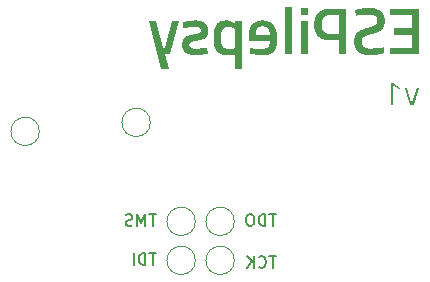
<source format=gbo>
%TF.GenerationSoftware,KiCad,Pcbnew,7.0.1*%
%TF.CreationDate,2023-05-02T23:50:35+02:00*%
%TF.ProjectId,espilepsy,65737069-6c65-4707-9379-2e6b69636164,rev?*%
%TF.SameCoordinates,Original*%
%TF.FileFunction,Legend,Bot*%
%TF.FilePolarity,Positive*%
%FSLAX46Y46*%
G04 Gerber Fmt 4.6, Leading zero omitted, Abs format (unit mm)*
G04 Created by KiCad (PCBNEW 7.0.1) date 2023-05-02 23:50:35*
%MOMM*%
%LPD*%
G01*
G04 APERTURE LIST*
G04 Aperture macros list*
%AMRoundRect*
0 Rectangle with rounded corners*
0 $1 Rounding radius*
0 $2 $3 $4 $5 $6 $7 $8 $9 X,Y pos of 4 corners*
0 Add a 4 corners polygon primitive as box body*
4,1,4,$2,$3,$4,$5,$6,$7,$8,$9,$2,$3,0*
0 Add four circle primitives for the rounded corners*
1,1,$1+$1,$2,$3*
1,1,$1+$1,$4,$5*
1,1,$1+$1,$6,$7*
1,1,$1+$1,$8,$9*
0 Add four rect primitives between the rounded corners*
20,1,$1+$1,$2,$3,$4,$5,0*
20,1,$1+$1,$4,$5,$6,$7,0*
20,1,$1+$1,$6,$7,$8,$9,0*
20,1,$1+$1,$8,$9,$2,$3,0*%
G04 Aperture macros list end*
%ADD10C,0.150000*%
%ADD11C,0.120000*%
%ADD12RoundRect,0.575000X-0.575000X-0.575000X0.575000X-0.575000X0.575000X0.575000X-0.575000X0.575000X0*%
%ADD13C,2.300000*%
%ADD14R,2.600000X2.600000*%
%ADD15C,2.600000*%
%ADD16C,2.700000*%
%ADD17R,1.700000X1.700000*%
%ADD18O,1.700000X1.700000*%
%ADD19C,2.000000*%
G04 APERTURE END LIST*
D10*
G36*
X86677478Y-55708000D02*
G01*
X86677478Y-51852870D01*
X84246773Y-51852870D01*
X84246773Y-52398997D01*
X86053193Y-52398997D01*
X86053193Y-53491251D01*
X84583828Y-53491251D01*
X84583828Y-54031517D01*
X86053193Y-54031517D01*
X86053193Y-55156988D01*
X84246773Y-55156988D01*
X84246773Y-55708000D01*
X86677478Y-55708000D01*
G37*
G36*
X82451099Y-52337448D02*
G01*
X82495097Y-52337937D01*
X82537699Y-52339402D01*
X82578903Y-52341845D01*
X82618711Y-52345264D01*
X82694136Y-52355034D01*
X82763974Y-52368711D01*
X82828226Y-52386297D01*
X82886890Y-52407790D01*
X82939967Y-52433191D01*
X82987457Y-52462501D01*
X83029359Y-52495718D01*
X83065675Y-52532842D01*
X83096404Y-52573875D01*
X83121546Y-52618816D01*
X83141101Y-52667665D01*
X83155068Y-52720421D01*
X83163449Y-52777085D01*
X83166242Y-52837658D01*
X83164757Y-52884896D01*
X83160300Y-52929523D01*
X83152873Y-52971541D01*
X83142474Y-53010948D01*
X83129105Y-53047745D01*
X83106658Y-53092746D01*
X83078928Y-53133107D01*
X83045917Y-53168828D01*
X83007625Y-53199908D01*
X82997226Y-53206953D01*
X82961955Y-53227916D01*
X82919523Y-53249772D01*
X82869929Y-53272521D01*
X82832888Y-53288183D01*
X82792664Y-53304242D01*
X82749258Y-53320697D01*
X82702668Y-53337550D01*
X82652896Y-53354800D01*
X82599941Y-53372446D01*
X82543804Y-53390490D01*
X82484483Y-53408930D01*
X82421980Y-53427767D01*
X82356294Y-53447001D01*
X82287425Y-53466633D01*
X82251797Y-53476597D01*
X82180955Y-53496869D01*
X82112777Y-53517630D01*
X82047263Y-53538879D01*
X81984412Y-53560616D01*
X81924225Y-53582842D01*
X81866702Y-53605557D01*
X81811843Y-53628760D01*
X81759648Y-53652452D01*
X81710116Y-53676632D01*
X81663248Y-53701300D01*
X81619044Y-53726457D01*
X81577504Y-53752103D01*
X81538627Y-53778237D01*
X81502414Y-53804859D01*
X81468865Y-53831970D01*
X81437980Y-53859570D01*
X81409350Y-53888295D01*
X81382567Y-53919028D01*
X81357632Y-53951767D01*
X81334543Y-53986515D01*
X81313302Y-54023270D01*
X81293907Y-54062032D01*
X81276360Y-54102801D01*
X81260660Y-54145578D01*
X81246807Y-54190362D01*
X81234800Y-54237154D01*
X81224641Y-54285953D01*
X81216330Y-54336759D01*
X81209865Y-54389573D01*
X81205247Y-54444394D01*
X81202476Y-54501222D01*
X81201553Y-54560058D01*
X81202908Y-54634819D01*
X81206972Y-54707184D01*
X81213746Y-54777152D01*
X81223229Y-54844723D01*
X81235422Y-54909898D01*
X81250325Y-54972676D01*
X81267937Y-55033057D01*
X81288259Y-55091042D01*
X81311290Y-55146630D01*
X81337031Y-55199822D01*
X81365482Y-55250617D01*
X81396642Y-55299015D01*
X81430511Y-55345016D01*
X81467091Y-55388621D01*
X81506379Y-55429830D01*
X81548378Y-55468642D01*
X81592589Y-55505079D01*
X81638763Y-55539167D01*
X81686898Y-55570903D01*
X81736994Y-55600288D01*
X81789052Y-55627323D01*
X81843072Y-55652007D01*
X81899053Y-55674340D01*
X81956996Y-55694322D01*
X82016900Y-55711953D01*
X82078766Y-55727234D01*
X82142594Y-55740163D01*
X82208383Y-55750742D01*
X82276134Y-55758970D01*
X82345846Y-55764847D01*
X82417520Y-55768373D01*
X82491155Y-55769549D01*
X82551269Y-55769110D01*
X82612177Y-55767793D01*
X82673879Y-55765599D01*
X82736375Y-55762527D01*
X82799664Y-55758577D01*
X82863748Y-55753749D01*
X82928625Y-55748044D01*
X82994295Y-55741461D01*
X83060760Y-55734000D01*
X83128018Y-55725661D01*
X83196071Y-55716445D01*
X83264916Y-55706351D01*
X83334556Y-55695379D01*
X83404990Y-55683529D01*
X83476217Y-55670802D01*
X83548238Y-55657197D01*
X83751448Y-55618118D01*
X83688922Y-55116932D01*
X83641829Y-55123183D01*
X83595438Y-55129236D01*
X83549749Y-55135090D01*
X83504763Y-55140745D01*
X83460479Y-55146203D01*
X83416897Y-55151462D01*
X83374017Y-55156522D01*
X83331839Y-55161384D01*
X83290364Y-55166048D01*
X83249590Y-55170513D01*
X83209519Y-55174779D01*
X83170150Y-55178847D01*
X83093519Y-55186388D01*
X83019697Y-55193136D01*
X82948683Y-55199089D01*
X82880478Y-55204249D01*
X82815082Y-55208614D01*
X82752495Y-55212187D01*
X82692717Y-55214965D01*
X82635747Y-55216949D01*
X82581586Y-55218140D01*
X82530234Y-55218537D01*
X82487318Y-55217932D01*
X82445764Y-55216117D01*
X82405573Y-55213093D01*
X82329277Y-55203415D01*
X82258432Y-55188898D01*
X82193036Y-55169541D01*
X82133089Y-55145346D01*
X82078593Y-55116312D01*
X82029546Y-55082438D01*
X81985948Y-55043726D01*
X81947801Y-55000174D01*
X81915103Y-54951784D01*
X81887854Y-54898554D01*
X81866056Y-54840485D01*
X81849707Y-54777577D01*
X81838807Y-54709831D01*
X81833358Y-54637245D01*
X81832676Y-54599137D01*
X81834059Y-54554999D01*
X81838206Y-54513076D01*
X81845118Y-54473368D01*
X81858636Y-54423871D01*
X81877068Y-54378312D01*
X81900417Y-54336691D01*
X81928680Y-54299009D01*
X81961859Y-54265266D01*
X81989969Y-54242542D01*
X82022930Y-54220555D01*
X82062829Y-54198189D01*
X82109667Y-54175446D01*
X82163442Y-54152325D01*
X82203147Y-54136701D01*
X82245935Y-54120909D01*
X82291807Y-54104950D01*
X82340763Y-54088822D01*
X82392802Y-54072526D01*
X82447924Y-54056063D01*
X82506130Y-54039432D01*
X82567420Y-54022632D01*
X82631793Y-54005665D01*
X82699250Y-53988530D01*
X82767031Y-53970906D01*
X82832622Y-53952474D01*
X82896022Y-53933232D01*
X82957232Y-53913181D01*
X83016251Y-53892321D01*
X83073079Y-53870652D01*
X83127717Y-53848174D01*
X83180164Y-53824887D01*
X83230421Y-53800791D01*
X83278487Y-53775886D01*
X83324363Y-53750172D01*
X83368048Y-53723648D01*
X83409543Y-53696316D01*
X83448847Y-53668175D01*
X83485960Y-53639224D01*
X83520883Y-53609465D01*
X83553535Y-53578080D01*
X83584081Y-53544496D01*
X83612520Y-53508715D01*
X83638852Y-53470735D01*
X83663078Y-53430557D01*
X83685197Y-53388181D01*
X83705210Y-53343607D01*
X83723116Y-53296834D01*
X83738915Y-53247863D01*
X83752608Y-53196695D01*
X83764195Y-53143327D01*
X83773674Y-53087762D01*
X83781047Y-53029999D01*
X83786314Y-52970037D01*
X83789474Y-52907877D01*
X83790527Y-52843519D01*
X83789199Y-52779066D01*
X83785215Y-52716620D01*
X83778574Y-52656181D01*
X83769278Y-52597750D01*
X83757325Y-52541326D01*
X83742717Y-52486910D01*
X83725452Y-52434500D01*
X83705531Y-52384099D01*
X83682953Y-52335704D01*
X83657720Y-52289317D01*
X83629831Y-52244937D01*
X83599285Y-52202565D01*
X83566083Y-52162200D01*
X83530225Y-52123843D01*
X83491711Y-52087492D01*
X83450541Y-52053150D01*
X83406902Y-52020734D01*
X83361224Y-51990410D01*
X83313509Y-51962177D01*
X83263756Y-51936035D01*
X83211965Y-51911985D01*
X83158137Y-51890026D01*
X83102270Y-51870158D01*
X83044365Y-51852382D01*
X82984423Y-51836697D01*
X82922442Y-51823103D01*
X82858424Y-51811601D01*
X82792368Y-51802190D01*
X82724273Y-51794870D01*
X82654141Y-51789642D01*
X82581971Y-51786505D01*
X82507764Y-51785459D01*
X82452927Y-51785856D01*
X82396862Y-51787047D01*
X82339568Y-51789031D01*
X82281045Y-51791810D01*
X82221293Y-51795382D01*
X82160313Y-51799748D01*
X82098103Y-51804907D01*
X82034665Y-51810861D01*
X81969998Y-51817608D01*
X81904102Y-51825149D01*
X81836977Y-51833484D01*
X81768624Y-51842612D01*
X81699041Y-51852535D01*
X81628230Y-51863251D01*
X81556190Y-51874761D01*
X81482921Y-51887064D01*
X81286549Y-51921258D01*
X81337352Y-52427330D01*
X81386117Y-52421800D01*
X81433980Y-52416446D01*
X81480944Y-52411267D01*
X81527006Y-52406264D01*
X81572169Y-52401436D01*
X81616430Y-52396784D01*
X81659791Y-52392307D01*
X81702251Y-52388006D01*
X81743810Y-52383881D01*
X81784469Y-52379931D01*
X81824227Y-52376157D01*
X81901042Y-52369135D01*
X81974253Y-52362815D01*
X82043863Y-52357198D01*
X82109869Y-52352282D01*
X82172273Y-52348069D01*
X82231075Y-52344558D01*
X82286274Y-52341749D01*
X82337870Y-52339643D01*
X82385864Y-52338238D01*
X82430255Y-52337536D01*
X82451099Y-52337448D01*
G37*
G36*
X80542097Y-55708000D02*
G01*
X79917812Y-55708000D01*
X79917812Y-54509256D01*
X79129397Y-54509256D01*
X79088924Y-54508915D01*
X79049083Y-54507893D01*
X78971295Y-54503806D01*
X78896034Y-54496994D01*
X78823299Y-54487457D01*
X78753091Y-54475195D01*
X78685409Y-54460209D01*
X78620253Y-54442497D01*
X78557624Y-54422061D01*
X78497521Y-54398900D01*
X78439945Y-54373014D01*
X78384895Y-54344403D01*
X78332371Y-54313068D01*
X78282374Y-54279007D01*
X78234903Y-54242222D01*
X78189958Y-54202712D01*
X78147540Y-54160477D01*
X78107671Y-54115647D01*
X78070375Y-54068351D01*
X78035650Y-54018591D01*
X78003498Y-53966365D01*
X77973918Y-53911674D01*
X77946910Y-53854517D01*
X77922474Y-53794895D01*
X77900611Y-53732808D01*
X77881319Y-53668255D01*
X77864600Y-53601237D01*
X77850453Y-53531754D01*
X77838878Y-53459805D01*
X77829876Y-53385391D01*
X77823445Y-53308512D01*
X77821195Y-53269148D01*
X77819587Y-53229167D01*
X77818622Y-53188571D01*
X77818301Y-53147357D01*
X78460171Y-53147357D01*
X78460830Y-53197907D01*
X78462808Y-53246852D01*
X78466105Y-53294192D01*
X78470719Y-53339928D01*
X78476653Y-53384058D01*
X78483905Y-53426584D01*
X78492475Y-53467505D01*
X78502364Y-53506822D01*
X78513572Y-53544534D01*
X78539942Y-53615143D01*
X78571587Y-53679333D01*
X78608506Y-53737104D01*
X78650699Y-53788456D01*
X78698166Y-53833389D01*
X78750907Y-53871903D01*
X78808922Y-53903998D01*
X78872212Y-53929674D01*
X78940775Y-53948931D01*
X79014613Y-53961769D01*
X79053510Y-53965781D01*
X79093725Y-53968188D01*
X79135258Y-53968990D01*
X79917812Y-53968990D01*
X79917812Y-52393136D01*
X79135258Y-52393136D01*
X79113641Y-52393312D01*
X79071494Y-52394724D01*
X79030797Y-52397548D01*
X78972471Y-52404432D01*
X78917407Y-52414493D01*
X78865607Y-52427730D01*
X78817069Y-52444145D01*
X78771795Y-52463737D01*
X78729783Y-52486506D01*
X78691034Y-52512452D01*
X78655548Y-52541575D01*
X78623325Y-52573875D01*
X78594168Y-52609461D01*
X78567878Y-52648808D01*
X78544457Y-52691916D01*
X78523903Y-52738785D01*
X78506218Y-52789415D01*
X78491400Y-52843806D01*
X78483115Y-52882156D01*
X78476104Y-52922177D01*
X78470368Y-52963870D01*
X78465907Y-53007235D01*
X78462720Y-53052271D01*
X78460808Y-53098978D01*
X78460171Y-53147357D01*
X77818301Y-53147357D01*
X77819581Y-53067716D01*
X77823422Y-52990603D01*
X77829824Y-52916018D01*
X77838787Y-52843962D01*
X77850310Y-52774434D01*
X77864394Y-52707434D01*
X77881039Y-52642963D01*
X77900244Y-52581019D01*
X77922011Y-52521604D01*
X77946338Y-52464718D01*
X77973225Y-52410359D01*
X78002674Y-52358529D01*
X78034683Y-52309228D01*
X78069253Y-52262454D01*
X78106383Y-52218209D01*
X78146075Y-52176492D01*
X78188327Y-52137304D01*
X78233140Y-52100643D01*
X78280513Y-52066511D01*
X78330448Y-52034908D01*
X78382943Y-52005832D01*
X78437998Y-51979285D01*
X78495615Y-51955266D01*
X78555792Y-51933776D01*
X78618530Y-51914814D01*
X78683829Y-51898380D01*
X78751688Y-51884474D01*
X78822109Y-51873097D01*
X78895089Y-51864248D01*
X78970631Y-51857927D01*
X79048733Y-51854135D01*
X79129397Y-51852870D01*
X80542097Y-51852870D01*
X80542097Y-55708000D01*
G37*
G36*
X77305391Y-55708000D02*
G01*
X77305391Y-52894322D01*
X76691853Y-52894322D01*
X76691853Y-55708000D01*
X77305391Y-55708000D01*
G37*
G36*
X77305391Y-52415606D02*
G01*
X77305391Y-51768851D01*
X76691853Y-51768851D01*
X76691853Y-52415606D01*
X77305391Y-52415606D01*
G37*
G36*
X75922976Y-55708000D02*
G01*
X75922976Y-51723910D01*
X75309438Y-51723910D01*
X75309438Y-55708000D01*
X75922976Y-55708000D01*
G37*
G36*
X73531257Y-52834234D02*
G01*
X73604005Y-52838619D01*
X73674368Y-52845927D01*
X73742346Y-52856159D01*
X73807938Y-52869314D01*
X73871146Y-52885392D01*
X73931968Y-52904393D01*
X73990405Y-52926318D01*
X74046457Y-52951166D01*
X74100123Y-52978937D01*
X74151405Y-53009631D01*
X74200301Y-53043249D01*
X74246812Y-53079790D01*
X74290938Y-53119254D01*
X74332679Y-53161642D01*
X74372034Y-53206953D01*
X74409005Y-53255187D01*
X74443590Y-53306344D01*
X74475790Y-53360425D01*
X74505605Y-53417429D01*
X74533034Y-53477356D01*
X74558079Y-53540207D01*
X74580738Y-53605981D01*
X74601012Y-53674678D01*
X74618901Y-53746298D01*
X74634405Y-53820842D01*
X74647523Y-53898309D01*
X74658256Y-53978699D01*
X74666605Y-54062013D01*
X74672568Y-54148249D01*
X74676145Y-54237410D01*
X74677338Y-54329493D01*
X74677072Y-54376230D01*
X74676273Y-54422164D01*
X74674942Y-54467294D01*
X74673079Y-54511622D01*
X74670683Y-54555146D01*
X74667755Y-54597866D01*
X74664295Y-54639783D01*
X74660302Y-54680897D01*
X74655777Y-54721208D01*
X74650719Y-54760715D01*
X74639007Y-54837320D01*
X74625165Y-54910711D01*
X74609194Y-54980889D01*
X74591094Y-55047853D01*
X74570863Y-55111604D01*
X74548504Y-55172142D01*
X74524015Y-55229467D01*
X74497396Y-55283578D01*
X74468648Y-55334476D01*
X74437770Y-55382160D01*
X74404763Y-55426632D01*
X74369199Y-55468157D01*
X74330895Y-55507003D01*
X74289850Y-55543170D01*
X74246066Y-55576658D01*
X74199542Y-55607467D01*
X74150277Y-55635597D01*
X74098273Y-55661048D01*
X74043528Y-55683819D01*
X73986043Y-55703912D01*
X73925818Y-55721326D01*
X73862853Y-55736061D01*
X73797148Y-55748116D01*
X73728703Y-55757493D01*
X73657517Y-55764191D01*
X73583592Y-55768209D01*
X73506926Y-55769549D01*
X73444438Y-55769045D01*
X73380805Y-55767534D01*
X73316028Y-55765015D01*
X73250105Y-55761489D01*
X73183037Y-55756955D01*
X73114825Y-55751414D01*
X73045468Y-55744865D01*
X72974965Y-55737309D01*
X72903318Y-55728745D01*
X72830526Y-55719174D01*
X72756589Y-55708595D01*
X72681508Y-55697009D01*
X72605281Y-55684415D01*
X72566738Y-55677740D01*
X72527909Y-55670814D01*
X72488794Y-55663635D01*
X72449393Y-55656205D01*
X72409705Y-55648523D01*
X72369732Y-55640588D01*
X72381455Y-55184343D01*
X72538748Y-55201928D01*
X72591416Y-55205951D01*
X72643909Y-55209714D01*
X72696227Y-55213217D01*
X72748369Y-55216461D01*
X72800335Y-55219445D01*
X72852126Y-55222170D01*
X72903742Y-55224635D01*
X72955182Y-55226841D01*
X73006446Y-55228787D01*
X73057535Y-55230474D01*
X73108448Y-55231901D01*
X73159185Y-55233069D01*
X73209748Y-55233978D01*
X73260134Y-55234626D01*
X73310345Y-55235016D01*
X73360381Y-55235145D01*
X73385107Y-55234986D01*
X73433078Y-55233711D01*
X73479072Y-55231162D01*
X73523089Y-55227338D01*
X73565129Y-55222240D01*
X73605193Y-55215866D01*
X73661582Y-55203917D01*
X73713522Y-55189099D01*
X73761015Y-55171413D01*
X73804060Y-55150860D01*
X73842657Y-55127438D01*
X73876806Y-55101149D01*
X73906508Y-55071991D01*
X73924272Y-55050872D01*
X73948845Y-55016474D01*
X73970927Y-54978812D01*
X73990518Y-54937888D01*
X74007620Y-54893701D01*
X74022232Y-54846252D01*
X74034353Y-54795539D01*
X74043985Y-54741563D01*
X74051126Y-54684324D01*
X74054503Y-54644352D01*
X74056774Y-54602930D01*
X74057938Y-54560058D01*
X72314044Y-54560058D01*
X72274965Y-54121398D01*
X72275463Y-54087204D01*
X72876780Y-54087204D01*
X74063800Y-54087204D01*
X74062533Y-54038138D01*
X74060197Y-53990835D01*
X74056793Y-53945295D01*
X74052321Y-53901518D01*
X74046779Y-53859505D01*
X74040169Y-53819254D01*
X74032491Y-53780767D01*
X74018970Y-53726342D01*
X74003045Y-53675884D01*
X73984715Y-53629393D01*
X73963981Y-53586869D01*
X73940843Y-53548312D01*
X73915300Y-53513722D01*
X73896681Y-53492545D01*
X73866247Y-53463342D01*
X73832807Y-53437213D01*
X73796363Y-53414158D01*
X73756913Y-53394176D01*
X73714457Y-53377269D01*
X73668997Y-53363436D01*
X73620531Y-53352677D01*
X73569059Y-53344992D01*
X73514583Y-53340381D01*
X73457101Y-53338844D01*
X73418373Y-53339493D01*
X73362972Y-53342899D01*
X73310799Y-53349224D01*
X73261855Y-53358469D01*
X73216140Y-53370634D01*
X73173653Y-53385718D01*
X73134395Y-53403721D01*
X73098365Y-53424644D01*
X73065564Y-53448486D01*
X73035992Y-53475248D01*
X73009648Y-53504929D01*
X72985903Y-53538268D01*
X72964493Y-53576004D01*
X72945420Y-53618136D01*
X72928681Y-53664664D01*
X72914279Y-53715588D01*
X72902211Y-53770909D01*
X72895464Y-53810233D01*
X72889755Y-53851510D01*
X72885084Y-53894741D01*
X72881451Y-53939926D01*
X72878856Y-53987064D01*
X72877299Y-54036157D01*
X72876780Y-54087204D01*
X72275463Y-54087204D01*
X72276119Y-54042117D01*
X72279579Y-53965353D01*
X72285347Y-53891107D01*
X72293421Y-53819376D01*
X72303802Y-53750163D01*
X72316490Y-53683467D01*
X72331486Y-53619287D01*
X72348788Y-53557624D01*
X72368397Y-53498479D01*
X72390313Y-53441849D01*
X72414536Y-53387737D01*
X72441066Y-53336142D01*
X72469903Y-53287063D01*
X72501046Y-53240502D01*
X72534497Y-53196457D01*
X72570255Y-53154929D01*
X72608320Y-53115918D01*
X72648691Y-53079424D01*
X72691370Y-53045446D01*
X72736355Y-53013986D01*
X72783648Y-52985042D01*
X72833247Y-52958615D01*
X72885154Y-52934705D01*
X72939367Y-52913312D01*
X72995887Y-52894435D01*
X73054714Y-52878076D01*
X73115849Y-52864233D01*
X73179290Y-52852907D01*
X73245038Y-52844099D01*
X73313093Y-52837806D01*
X73383455Y-52834031D01*
X73456124Y-52832773D01*
X73531257Y-52834234D01*
G37*
G36*
X70406343Y-52833696D02*
G01*
X70449082Y-52836467D01*
X70492225Y-52841085D01*
X70535773Y-52847549D01*
X70579725Y-52855861D01*
X70624082Y-52866020D01*
X70668843Y-52878026D01*
X70714009Y-52891879D01*
X70759580Y-52907580D01*
X70805555Y-52925127D01*
X70851934Y-52944521D01*
X70898718Y-52965763D01*
X70945906Y-52988852D01*
X70993499Y-53013787D01*
X71041497Y-53040570D01*
X71089899Y-53069200D01*
X71089899Y-52894322D01*
X71697575Y-52894322D01*
X71697575Y-56917490D01*
X71084037Y-56917490D01*
X71084037Y-55719723D01*
X71046344Y-55725757D01*
X70990877Y-55734077D01*
X70936698Y-55741522D01*
X70883807Y-55748091D01*
X70832204Y-55753784D01*
X70781889Y-55758601D01*
X70732862Y-55762542D01*
X70685123Y-55765607D01*
X70638672Y-55767797D01*
X70593509Y-55769111D01*
X70549634Y-55769549D01*
X70508113Y-55769230D01*
X70467324Y-55768274D01*
X70427268Y-55766681D01*
X70387945Y-55764450D01*
X70311497Y-55758077D01*
X70237980Y-55749154D01*
X70167394Y-55737683D01*
X70099739Y-55723662D01*
X70035014Y-55707091D01*
X69973221Y-55687972D01*
X69914358Y-55666303D01*
X69858427Y-55642084D01*
X69805426Y-55615317D01*
X69755356Y-55586000D01*
X69708217Y-55554134D01*
X69664009Y-55519719D01*
X69622732Y-55482754D01*
X69584386Y-55443240D01*
X69566234Y-55422382D01*
X69531658Y-55377884D01*
X69499388Y-55329677D01*
X69469422Y-55277760D01*
X69441762Y-55222134D01*
X69416406Y-55162798D01*
X69393356Y-55099753D01*
X69372610Y-55032998D01*
X69354170Y-54962534D01*
X69338035Y-54888361D01*
X69330831Y-54849883D01*
X69324205Y-54810478D01*
X69318154Y-54770145D01*
X69312679Y-54728885D01*
X69307781Y-54686698D01*
X69303459Y-54643583D01*
X69299713Y-54599542D01*
X69296544Y-54554572D01*
X69293951Y-54508676D01*
X69291934Y-54461852D01*
X69290493Y-54414100D01*
X69289629Y-54365421D01*
X69289341Y-54315815D01*
X69289560Y-54272829D01*
X69913625Y-54272829D01*
X69913769Y-54305621D01*
X69914913Y-54369391D01*
X69917203Y-54430742D01*
X69920638Y-54489673D01*
X69925217Y-54546185D01*
X69930942Y-54600277D01*
X69937811Y-54651950D01*
X69945825Y-54701203D01*
X69954985Y-54748036D01*
X69965289Y-54792450D01*
X69976737Y-54834445D01*
X69989331Y-54874020D01*
X70010369Y-54928846D01*
X70033982Y-54978228D01*
X70060171Y-55022166D01*
X70069501Y-55035629D01*
X70100273Y-55073457D01*
X70135218Y-55107437D01*
X70174336Y-55137570D01*
X70217627Y-55163857D01*
X70265091Y-55186297D01*
X70316728Y-55204890D01*
X70372539Y-55219636D01*
X70412064Y-55227330D01*
X70453444Y-55233314D01*
X70496679Y-55237588D01*
X70541768Y-55240152D01*
X70588713Y-55241007D01*
X70622361Y-55240832D01*
X70672161Y-55239910D01*
X70721153Y-55238198D01*
X70769339Y-55235697D01*
X70816717Y-55232405D01*
X70863288Y-55228324D01*
X70909052Y-55223452D01*
X70954009Y-55217791D01*
X70998159Y-55211339D01*
X71041502Y-55204098D01*
X71084037Y-55196066D01*
X71084037Y-53536192D01*
X71000018Y-53496136D01*
X70966923Y-53481821D01*
X70917280Y-53462081D01*
X70867638Y-53444418D01*
X70817996Y-53428833D01*
X70768353Y-53415326D01*
X70718711Y-53403897D01*
X70669069Y-53394547D01*
X70619426Y-53387274D01*
X70569784Y-53382079D01*
X70520142Y-53378962D01*
X70470499Y-53377923D01*
X70436238Y-53378797D01*
X70370980Y-53385788D01*
X70310072Y-53399771D01*
X70253514Y-53420745D01*
X70201307Y-53448711D01*
X70153451Y-53483668D01*
X70109945Y-53525617D01*
X70070790Y-53574557D01*
X70035985Y-53630489D01*
X70005531Y-53693412D01*
X69979428Y-53763327D01*
X69968008Y-53800906D01*
X69957675Y-53840232D01*
X69948430Y-53881307D01*
X69940273Y-53924130D01*
X69933203Y-53968700D01*
X69927221Y-54015019D01*
X69922327Y-54063085D01*
X69918520Y-54112899D01*
X69915801Y-54164461D01*
X69914169Y-54217771D01*
X69913625Y-54272829D01*
X69289560Y-54272829D01*
X69289594Y-54266136D01*
X69290352Y-54217359D01*
X69291616Y-54169484D01*
X69293386Y-54122512D01*
X69295661Y-54076443D01*
X69298443Y-54031276D01*
X69301729Y-53987012D01*
X69305522Y-53943650D01*
X69309820Y-53901191D01*
X69314624Y-53859635D01*
X69319933Y-53818980D01*
X69325748Y-53779229D01*
X69338895Y-53702434D01*
X69354065Y-53629249D01*
X69371258Y-53559674D01*
X69390473Y-53493709D01*
X69411710Y-53431355D01*
X69434971Y-53372610D01*
X69460253Y-53317476D01*
X69487559Y-53265953D01*
X69516887Y-53218039D01*
X69548238Y-53173736D01*
X69581650Y-53132447D01*
X69617405Y-53093823D01*
X69655503Y-53057862D01*
X69695944Y-53024564D01*
X69738728Y-52993931D01*
X69783856Y-52965961D01*
X69831327Y-52940656D01*
X69881141Y-52918013D01*
X69933298Y-52898035D01*
X69987799Y-52880721D01*
X70044643Y-52866070D01*
X70103830Y-52854083D01*
X70165360Y-52844760D01*
X70229233Y-52838100D01*
X70295450Y-52834105D01*
X70364009Y-52832773D01*
X70406343Y-52833696D01*
G37*
G36*
X66739445Y-53473666D02*
G01*
X66780609Y-53468136D01*
X66821057Y-53462782D01*
X66860789Y-53457603D01*
X66899806Y-53452600D01*
X66975693Y-53443120D01*
X67048718Y-53434343D01*
X67118880Y-53426268D01*
X67186181Y-53418894D01*
X67250619Y-53412224D01*
X67312195Y-53406255D01*
X67370909Y-53400988D01*
X67426760Y-53396424D01*
X67479749Y-53392562D01*
X67529876Y-53389402D01*
X67577141Y-53386944D01*
X67621544Y-53385189D01*
X67663084Y-53384136D01*
X67701762Y-53383785D01*
X67756036Y-53384403D01*
X67807115Y-53386258D01*
X67855000Y-53389349D01*
X67899691Y-53393676D01*
X67941187Y-53399241D01*
X67991547Y-53408583D01*
X68036228Y-53420123D01*
X68075231Y-53433862D01*
X68115998Y-53454127D01*
X68149209Y-53478112D01*
X68176792Y-53506104D01*
X68202460Y-53544985D01*
X68217658Y-53581793D01*
X68227228Y-53622608D01*
X68231168Y-53667431D01*
X68231281Y-53676876D01*
X68228180Y-53722028D01*
X68218878Y-53762838D01*
X68203374Y-53799307D01*
X68176584Y-53837341D01*
X68147437Y-53864260D01*
X68112088Y-53886838D01*
X68104274Y-53890833D01*
X68067165Y-53906541D01*
X68019339Y-53922890D01*
X67976437Y-53935572D01*
X67927508Y-53948615D01*
X67872550Y-53962019D01*
X67832563Y-53971155D01*
X67789897Y-53980452D01*
X67744551Y-53989908D01*
X67696527Y-53999526D01*
X67645824Y-54009303D01*
X67592442Y-54019241D01*
X67536380Y-54029338D01*
X67507345Y-54034448D01*
X67449673Y-54044950D01*
X67394138Y-54056185D01*
X67340741Y-54068153D01*
X67289480Y-54080854D01*
X67240357Y-54094287D01*
X67193371Y-54108453D01*
X67148522Y-54123352D01*
X67105810Y-54138983D01*
X67065235Y-54155348D01*
X67026797Y-54172445D01*
X66990497Y-54190274D01*
X66940053Y-54218393D01*
X66894418Y-54248160D01*
X66853591Y-54279576D01*
X66841050Y-54290414D01*
X66805782Y-54325399D01*
X66773983Y-54365141D01*
X66745653Y-54409640D01*
X66720791Y-54458896D01*
X66699399Y-54512909D01*
X66687065Y-54551560D01*
X66676272Y-54592326D01*
X66667022Y-54635206D01*
X66659313Y-54680200D01*
X66653146Y-54727308D01*
X66648520Y-54776531D01*
X66645437Y-54827868D01*
X66643895Y-54881319D01*
X66643702Y-54908837D01*
X66644813Y-54963479D01*
X66648144Y-55016273D01*
X66653697Y-55067221D01*
X66661471Y-55116321D01*
X66671466Y-55163575D01*
X66683682Y-55208981D01*
X66698119Y-55252540D01*
X66714777Y-55294252D01*
X66733656Y-55334117D01*
X66754756Y-55372135D01*
X66778078Y-55408306D01*
X66803620Y-55442630D01*
X66831384Y-55475106D01*
X66861368Y-55505736D01*
X66893574Y-55534518D01*
X66928001Y-55561454D01*
X66964561Y-55586653D01*
X67003167Y-55610226D01*
X67043818Y-55632174D01*
X67086515Y-55652495D01*
X67131257Y-55671191D01*
X67178045Y-55688262D01*
X67226878Y-55703706D01*
X67277757Y-55717525D01*
X67330681Y-55729718D01*
X67385651Y-55740285D01*
X67442666Y-55749227D01*
X67501727Y-55756543D01*
X67562834Y-55762233D01*
X67625986Y-55766297D01*
X67691183Y-55768736D01*
X67758427Y-55769549D01*
X67801997Y-55769175D01*
X67846980Y-55768053D01*
X67893375Y-55766183D01*
X67941181Y-55763565D01*
X67990400Y-55760199D01*
X68041031Y-55756085D01*
X68093074Y-55751223D01*
X68146528Y-55745613D01*
X68201395Y-55739255D01*
X68257674Y-55732149D01*
X68315365Y-55724295D01*
X68374468Y-55715693D01*
X68434983Y-55706343D01*
X68496910Y-55696245D01*
X68560249Y-55685399D01*
X68625000Y-55673806D01*
X68798901Y-55646450D01*
X68776431Y-55133540D01*
X68734606Y-55139130D01*
X68693518Y-55144543D01*
X68653166Y-55149778D01*
X68613551Y-55154835D01*
X68574673Y-55159715D01*
X68499125Y-55168943D01*
X68426524Y-55177461D01*
X68356869Y-55185269D01*
X68290160Y-55192368D01*
X68226398Y-55198756D01*
X68165581Y-55204435D01*
X68107711Y-55209403D01*
X68052787Y-55213662D01*
X68000809Y-55217212D01*
X67951777Y-55220051D01*
X67905692Y-55222180D01*
X67862552Y-55223600D01*
X67822359Y-55224310D01*
X67803367Y-55224399D01*
X67748833Y-55223755D01*
X67697339Y-55221823D01*
X67648885Y-55218603D01*
X67603470Y-55214095D01*
X67561095Y-55208299D01*
X67521759Y-55201215D01*
X67474040Y-55189766D01*
X67431725Y-55176027D01*
X67394814Y-55159999D01*
X67378385Y-55151126D01*
X67341796Y-55125891D01*
X67311409Y-55095980D01*
X67287223Y-55061395D01*
X67269239Y-55022135D01*
X67257456Y-54978200D01*
X67251875Y-54929590D01*
X67251378Y-54908837D01*
X67253271Y-54868216D01*
X67260961Y-54822034D01*
X67274566Y-54780957D01*
X67294087Y-54744983D01*
X67319522Y-54714114D01*
X67350873Y-54688350D01*
X67372523Y-54675341D01*
X67408091Y-54659038D01*
X67454222Y-54642368D01*
X67495753Y-54629625D01*
X67543226Y-54616677D01*
X67596640Y-54603522D01*
X67635551Y-54594638D01*
X67677103Y-54585662D01*
X67721296Y-54576594D01*
X67768130Y-54567435D01*
X67817604Y-54558184D01*
X67869719Y-54548842D01*
X67924475Y-54539408D01*
X67952844Y-54534657D01*
X68009165Y-54524792D01*
X68063577Y-54514247D01*
X68116082Y-54503024D01*
X68166678Y-54491121D01*
X68215367Y-54478538D01*
X68262147Y-54465277D01*
X68307019Y-54451336D01*
X68349983Y-54436715D01*
X68391038Y-54421416D01*
X68430186Y-54405437D01*
X68467425Y-54388779D01*
X68502757Y-54371442D01*
X68552176Y-54344162D01*
X68597302Y-54315353D01*
X68625000Y-54295299D01*
X68663237Y-54262338D01*
X68697712Y-54224636D01*
X68728427Y-54182195D01*
X68755380Y-54135015D01*
X68778573Y-54083094D01*
X68791945Y-54045847D01*
X68803646Y-54006493D01*
X68813675Y-53965033D01*
X68822033Y-53921466D01*
X68828719Y-53875793D01*
X68833733Y-53828013D01*
X68837076Y-53778126D01*
X68838748Y-53726133D01*
X68838957Y-53699346D01*
X68837804Y-53645983D01*
X68834347Y-53594337D01*
X68828584Y-53544409D01*
X68820517Y-53496197D01*
X68810144Y-53449703D01*
X68797466Y-53404927D01*
X68782483Y-53361868D01*
X68765196Y-53320526D01*
X68745603Y-53280901D01*
X68723705Y-53242994D01*
X68699502Y-53206804D01*
X68672994Y-53172331D01*
X68644181Y-53139576D01*
X68613063Y-53108538D01*
X68579640Y-53079218D01*
X68543912Y-53051614D01*
X68506260Y-53025705D01*
X68467311Y-53001468D01*
X68427064Y-52978902D01*
X68385520Y-52958008D01*
X68342678Y-52938786D01*
X68298539Y-52921234D01*
X68253102Y-52905355D01*
X68206368Y-52891147D01*
X68158336Y-52878610D01*
X68109007Y-52867745D01*
X68058380Y-52858552D01*
X68006455Y-52851030D01*
X67953233Y-52845179D01*
X67898714Y-52841001D01*
X67842896Y-52838493D01*
X67785782Y-52837658D01*
X67740200Y-52838012D01*
X67693336Y-52839077D01*
X67645189Y-52840852D01*
X67595761Y-52843336D01*
X67545050Y-52846530D01*
X67493057Y-52850435D01*
X67439781Y-52855048D01*
X67385224Y-52860372D01*
X67329383Y-52866406D01*
X67272261Y-52873149D01*
X67213857Y-52880602D01*
X67154170Y-52888765D01*
X67093201Y-52897638D01*
X67030949Y-52907221D01*
X66967416Y-52917514D01*
X66902600Y-52928516D01*
X66728699Y-52961733D01*
X66739445Y-53473666D01*
G37*
G36*
X66364288Y-52894322D02*
G01*
X65761497Y-52894322D01*
X65165545Y-55184343D01*
X65013137Y-55184343D01*
X64417184Y-52894322D01*
X63809508Y-52894322D01*
X64878315Y-56917490D01*
X65480129Y-56917490D01*
X65143074Y-55708000D01*
X65626675Y-55708000D01*
X66364288Y-52894322D01*
G37*
X74580761Y-69235619D02*
X74009333Y-69235619D01*
X74295047Y-70235619D02*
X74295047Y-69235619D01*
X73675999Y-70235619D02*
X73675999Y-69235619D01*
X73675999Y-69235619D02*
X73437904Y-69235619D01*
X73437904Y-69235619D02*
X73295047Y-69283238D01*
X73295047Y-69283238D02*
X73199809Y-69378476D01*
X73199809Y-69378476D02*
X73152190Y-69473714D01*
X73152190Y-69473714D02*
X73104571Y-69664190D01*
X73104571Y-69664190D02*
X73104571Y-69807047D01*
X73104571Y-69807047D02*
X73152190Y-69997523D01*
X73152190Y-69997523D02*
X73199809Y-70092761D01*
X73199809Y-70092761D02*
X73295047Y-70188000D01*
X73295047Y-70188000D02*
X73437904Y-70235619D01*
X73437904Y-70235619D02*
X73675999Y-70235619D01*
X72485523Y-69235619D02*
X72295047Y-69235619D01*
X72295047Y-69235619D02*
X72199809Y-69283238D01*
X72199809Y-69283238D02*
X72104571Y-69378476D01*
X72104571Y-69378476D02*
X72056952Y-69568952D01*
X72056952Y-69568952D02*
X72056952Y-69902285D01*
X72056952Y-69902285D02*
X72104571Y-70092761D01*
X72104571Y-70092761D02*
X72199809Y-70188000D01*
X72199809Y-70188000D02*
X72295047Y-70235619D01*
X72295047Y-70235619D02*
X72485523Y-70235619D01*
X72485523Y-70235619D02*
X72580761Y-70188000D01*
X72580761Y-70188000D02*
X72675999Y-70092761D01*
X72675999Y-70092761D02*
X72723618Y-69902285D01*
X72723618Y-69902285D02*
X72723618Y-69568952D01*
X72723618Y-69568952D02*
X72675999Y-69378476D01*
X72675999Y-69378476D02*
X72580761Y-69283238D01*
X72580761Y-69283238D02*
X72485523Y-69235619D01*
X64420761Y-72537619D02*
X63849333Y-72537619D01*
X64135047Y-73537619D02*
X64135047Y-72537619D01*
X63515999Y-73537619D02*
X63515999Y-72537619D01*
X63515999Y-72537619D02*
X63277904Y-72537619D01*
X63277904Y-72537619D02*
X63135047Y-72585238D01*
X63135047Y-72585238D02*
X63039809Y-72680476D01*
X63039809Y-72680476D02*
X62992190Y-72775714D01*
X62992190Y-72775714D02*
X62944571Y-72966190D01*
X62944571Y-72966190D02*
X62944571Y-73109047D01*
X62944571Y-73109047D02*
X62992190Y-73299523D01*
X62992190Y-73299523D02*
X63039809Y-73394761D01*
X63039809Y-73394761D02*
X63135047Y-73490000D01*
X63135047Y-73490000D02*
X63277904Y-73537619D01*
X63277904Y-73537619D02*
X63515999Y-73537619D01*
X62515999Y-73537619D02*
X62515999Y-72537619D01*
X64420761Y-69235619D02*
X63849333Y-69235619D01*
X64135047Y-70235619D02*
X64135047Y-69235619D01*
X63515999Y-70235619D02*
X63515999Y-69235619D01*
X63515999Y-69235619D02*
X63182666Y-69949904D01*
X63182666Y-69949904D02*
X62849333Y-69235619D01*
X62849333Y-69235619D02*
X62849333Y-70235619D01*
X62420761Y-70188000D02*
X62277904Y-70235619D01*
X62277904Y-70235619D02*
X62039809Y-70235619D01*
X62039809Y-70235619D02*
X61944571Y-70188000D01*
X61944571Y-70188000D02*
X61896952Y-70140380D01*
X61896952Y-70140380D02*
X61849333Y-70045142D01*
X61849333Y-70045142D02*
X61849333Y-69949904D01*
X61849333Y-69949904D02*
X61896952Y-69854666D01*
X61896952Y-69854666D02*
X61944571Y-69807047D01*
X61944571Y-69807047D02*
X62039809Y-69759428D01*
X62039809Y-69759428D02*
X62230285Y-69711809D01*
X62230285Y-69711809D02*
X62325523Y-69664190D01*
X62325523Y-69664190D02*
X62373142Y-69616571D01*
X62373142Y-69616571D02*
X62420761Y-69521333D01*
X62420761Y-69521333D02*
X62420761Y-69426095D01*
X62420761Y-69426095D02*
X62373142Y-69330857D01*
X62373142Y-69330857D02*
X62325523Y-69283238D01*
X62325523Y-69283238D02*
X62230285Y-69235619D01*
X62230285Y-69235619D02*
X61992190Y-69235619D01*
X61992190Y-69235619D02*
X61849333Y-69283238D01*
X74580761Y-72791619D02*
X74009333Y-72791619D01*
X74295047Y-73791619D02*
X74295047Y-72791619D01*
X73104571Y-73696380D02*
X73152190Y-73744000D01*
X73152190Y-73744000D02*
X73295047Y-73791619D01*
X73295047Y-73791619D02*
X73390285Y-73791619D01*
X73390285Y-73791619D02*
X73533142Y-73744000D01*
X73533142Y-73744000D02*
X73628380Y-73648761D01*
X73628380Y-73648761D02*
X73675999Y-73553523D01*
X73675999Y-73553523D02*
X73723618Y-73363047D01*
X73723618Y-73363047D02*
X73723618Y-73220190D01*
X73723618Y-73220190D02*
X73675999Y-73029714D01*
X73675999Y-73029714D02*
X73628380Y-72934476D01*
X73628380Y-72934476D02*
X73533142Y-72839238D01*
X73533142Y-72839238D02*
X73390285Y-72791619D01*
X73390285Y-72791619D02*
X73295047Y-72791619D01*
X73295047Y-72791619D02*
X73152190Y-72839238D01*
X73152190Y-72839238D02*
X73104571Y-72886857D01*
X72675999Y-73791619D02*
X72675999Y-72791619D01*
X72104571Y-73791619D02*
X72533142Y-73220190D01*
X72104571Y-72791619D02*
X72675999Y-73363047D01*
G36*
X86664796Y-58578161D02*
G01*
X86479171Y-58578161D01*
X86127461Y-59838454D01*
X86015110Y-59838454D01*
X85649234Y-58578161D01*
X85474845Y-58578161D01*
X85885661Y-59985000D01*
X86254468Y-59985000D01*
X86664796Y-58578161D01*
G37*
G36*
X84334230Y-58127777D02*
G01*
X84334230Y-59985000D01*
X84506177Y-59985000D01*
X84506177Y-58319263D01*
X85001502Y-58651434D01*
X85083079Y-58516123D01*
X84497873Y-58127777D01*
X84334230Y-58127777D01*
G37*
D11*
%TO.C,TP1*%
X63938000Y-61468000D02*
G75*
G03*
X63938000Y-61468000I-1200000J0D01*
G01*
%TO.C,TP5*%
X71050000Y-69850000D02*
G75*
G03*
X71050000Y-69850000I-1200000J0D01*
G01*
%TO.C,TP3*%
X67748000Y-73152000D02*
G75*
G03*
X67748000Y-73152000I-1200000J0D01*
G01*
%TO.C,TP6*%
X54540000Y-62230000D02*
G75*
G03*
X54540000Y-62230000I-1200000J0D01*
G01*
%TO.C,TP4*%
X71050000Y-73152000D02*
G75*
G03*
X71050000Y-73152000I-1200000J0D01*
G01*
%TO.C,TP2*%
X67748000Y-69850000D02*
G75*
G03*
X67748000Y-69850000I-1200000J0D01*
G01*
%TD*%
%LPC*%
D12*
%TO.C,F1*%
X68655000Y-87884000D03*
X74455000Y-87884000D03*
D13*
X83355000Y-87884000D03*
X89155000Y-87884000D03*
%TD*%
D14*
%TO.C,J3*%
X64765000Y-97409000D03*
D15*
X69845000Y-97409000D03*
%TD*%
D14*
%TO.C,J2*%
X54605000Y-97409000D03*
D15*
X59685000Y-97409000D03*
%TD*%
D16*
%TO.C,H2*%
X93750000Y-113200000D03*
%TD*%
D17*
%TO.C,J1*%
X90424000Y-69088000D03*
D18*
X90424000Y-71628000D03*
X90424000Y-74168000D03*
X90424000Y-76708000D03*
X90424000Y-79248000D03*
X90424000Y-81788000D03*
%TD*%
D14*
%TO.C,J5*%
X85090000Y-97409000D03*
D15*
X90170000Y-97409000D03*
%TD*%
D16*
%TO.C,H1*%
X51000000Y-53900000D03*
%TD*%
D14*
%TO.C,J4*%
X74925000Y-97409000D03*
D15*
X80005000Y-97409000D03*
%TD*%
D17*
%TO.C,J6*%
X90424000Y-63246000D03*
D18*
X90424000Y-60706000D03*
%TD*%
D19*
%TO.C,TP1*%
X62738000Y-61468000D03*
%TD*%
%TO.C,TP5*%
X69850000Y-69850000D03*
%TD*%
%TO.C,TP3*%
X66548000Y-73152000D03*
%TD*%
%TO.C,TP6*%
X53340000Y-62230000D03*
%TD*%
%TO.C,TP4*%
X69850000Y-73152000D03*
%TD*%
%TO.C,TP2*%
X66548000Y-69850000D03*
%TD*%
M02*

</source>
